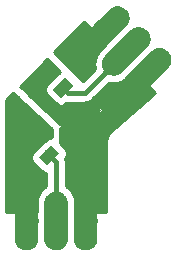
<source format=gbr>
G04 #@! TF.GenerationSoftware,KiCad,Pcbnew,(2017-05-31 revision c0bb8a30c)-makepkg*
G04 #@! TF.CreationDate,2017-07-13T16:12:39-05:00*
G04 #@! TF.ProjectId,45 Neo,3435204E656F2E6B696361645F706362,rev?*
G04 #@! TF.FileFunction,Copper,L1,Top,Signal*
G04 #@! TF.FilePolarity,Positive*
%FSLAX46Y46*%
G04 Gerber Fmt 4.6, Leading zero omitted, Abs format (unit mm)*
G04 Created by KiCad (PCBNEW (2017-05-31 revision c0bb8a30c)-makepkg) date 07/13/17 16:12:39*
%MOMM*%
%LPD*%
G01*
G04 APERTURE LIST*
%ADD10C,0.100000*%
%ADD11C,0.600000*%
%ADD12C,0.750000*%
%ADD13C,2.000000*%
%ADD14C,1.000000*%
%ADD15C,0.400000*%
%ADD16C,0.254000*%
G04 APERTURE END LIST*
D10*
D11*
X102500000Y-5000000D03*
X97500000Y-5000000D03*
X100000000Y-9800000D03*
D12*
X97730330Y2880330D03*
D10*
G36*
X97712652Y2332322D02*
X97182322Y2862652D01*
X97748008Y3428338D01*
X98278338Y2898008D01*
X97712652Y2332322D01*
X97712652Y2332322D01*
G37*
D12*
X96669670Y1819670D03*
D10*
G36*
X96651992Y1271662D02*
X96121662Y1801992D01*
X96687348Y2367678D01*
X97217678Y1837348D01*
X96651992Y1271662D01*
X96651992Y1271662D01*
G37*
D11*
X105250000Y2000000D03*
X106950000Y6950000D03*
X103500000Y-5000000D03*
X100000000Y-7000000D03*
X101050000Y6050000D03*
X96500000Y-5000000D03*
D10*
G36*
X108866140Y6227776D02*
X108963213Y6213376D01*
X109058408Y6189531D01*
X109150806Y6156471D01*
X109239520Y6114512D01*
X109323693Y6064061D01*
X109402516Y6005601D01*
X109475230Y5939698D01*
X109475232Y5939696D01*
X109541135Y5866982D01*
X109599595Y5788159D01*
X109650046Y5703986D01*
X109692005Y5615272D01*
X109725065Y5522874D01*
X109748910Y5427679D01*
X109763310Y5330606D01*
X109768125Y5232589D01*
X109763310Y5134572D01*
X109748910Y5037499D01*
X109725065Y4942304D01*
X109692005Y4849906D01*
X109650046Y4761192D01*
X109599595Y4677019D01*
X109541135Y4598196D01*
X109475232Y4525482D01*
X107353912Y2404162D01*
X107281198Y2338259D01*
X107202375Y2279799D01*
X107118202Y2229348D01*
X107029488Y2187389D01*
X106937090Y2154329D01*
X106841895Y2130484D01*
X106744822Y2116084D01*
X106646805Y2111269D01*
X106548788Y2116084D01*
X106451715Y2130484D01*
X106356520Y2154329D01*
X106264122Y2187389D01*
X106175408Y2229348D01*
X106091235Y2279799D01*
X106012412Y2338259D01*
X105939698Y2404162D01*
X105939696Y2404164D01*
X105873793Y2476878D01*
X105815333Y2555701D01*
X105764882Y2639874D01*
X105722923Y2728588D01*
X105689863Y2820986D01*
X105666018Y2916181D01*
X105651618Y3013254D01*
X105646803Y3111271D01*
X105651618Y3209288D01*
X105666018Y3306361D01*
X105689863Y3401556D01*
X105722923Y3493954D01*
X105764882Y3582668D01*
X105815333Y3666841D01*
X105873793Y3745664D01*
X105939696Y3818378D01*
X108061016Y5939698D01*
X108133730Y6005601D01*
X108212553Y6064061D01*
X108296726Y6114512D01*
X108385440Y6156471D01*
X108477838Y6189531D01*
X108573033Y6213376D01*
X108670106Y6227776D01*
X108768123Y6232591D01*
X108866140Y6227776D01*
X108866140Y6227776D01*
G37*
D13*
X107707464Y4171930D03*
D10*
G36*
X105330606Y9763310D02*
X105427679Y9748910D01*
X105522874Y9725065D01*
X105615272Y9692005D01*
X105703986Y9650046D01*
X105788159Y9599595D01*
X105866982Y9541135D01*
X105939696Y9475232D01*
X105939698Y9475230D01*
X106005601Y9402516D01*
X106064061Y9323693D01*
X106114512Y9239520D01*
X106156471Y9150806D01*
X106189531Y9058408D01*
X106213376Y8963213D01*
X106227776Y8866140D01*
X106232591Y8768123D01*
X106227776Y8670106D01*
X106213376Y8573033D01*
X106189531Y8477838D01*
X106156471Y8385440D01*
X106114512Y8296726D01*
X106064061Y8212553D01*
X106005601Y8133730D01*
X105939698Y8061016D01*
X103818378Y5939696D01*
X103745664Y5873793D01*
X103666841Y5815333D01*
X103582668Y5764882D01*
X103493954Y5722923D01*
X103401556Y5689863D01*
X103306361Y5666018D01*
X103209288Y5651618D01*
X103111271Y5646803D01*
X103013254Y5651618D01*
X102916181Y5666018D01*
X102820986Y5689863D01*
X102728588Y5722923D01*
X102639874Y5764882D01*
X102555701Y5815333D01*
X102476878Y5873793D01*
X102404164Y5939696D01*
X102404162Y5939698D01*
X102338259Y6012412D01*
X102279799Y6091235D01*
X102229348Y6175408D01*
X102187389Y6264122D01*
X102154329Y6356520D01*
X102130484Y6451715D01*
X102116084Y6548788D01*
X102111269Y6646805D01*
X102116084Y6744822D01*
X102130484Y6841895D01*
X102154329Y6937090D01*
X102187389Y7029488D01*
X102229348Y7118202D01*
X102279799Y7202375D01*
X102338259Y7281198D01*
X102404162Y7353912D01*
X104525482Y9475232D01*
X104598196Y9541135D01*
X104677019Y9599595D01*
X104761192Y9650046D01*
X104849906Y9692005D01*
X104942304Y9725065D01*
X105037499Y9748910D01*
X105134572Y9763310D01*
X105232589Y9768125D01*
X105330606Y9763310D01*
X105330606Y9763310D01*
G37*
D13*
X104171930Y7707464D03*
D10*
G36*
X107098373Y7995543D02*
X107195446Y7981143D01*
X107290641Y7957298D01*
X107383039Y7924238D01*
X107471753Y7882279D01*
X107555926Y7831828D01*
X107634749Y7773368D01*
X107707463Y7707465D01*
X107707465Y7707463D01*
X107773368Y7634749D01*
X107831828Y7555926D01*
X107882279Y7471753D01*
X107924238Y7383039D01*
X107957298Y7290641D01*
X107981143Y7195446D01*
X107995543Y7098373D01*
X108000358Y7000356D01*
X107995543Y6902339D01*
X107981143Y6805266D01*
X107957298Y6710071D01*
X107924238Y6617673D01*
X107882279Y6528959D01*
X107831828Y6444786D01*
X107773368Y6365963D01*
X107707465Y6293249D01*
X105586145Y4171929D01*
X105513431Y4106026D01*
X105434608Y4047566D01*
X105350435Y3997115D01*
X105261721Y3955156D01*
X105169323Y3922096D01*
X105074128Y3898251D01*
X104977055Y3883851D01*
X104879038Y3879036D01*
X104781021Y3883851D01*
X104683948Y3898251D01*
X104588753Y3922096D01*
X104496355Y3955156D01*
X104407641Y3997115D01*
X104323468Y4047566D01*
X104244645Y4106026D01*
X104171931Y4171929D01*
X104171929Y4171931D01*
X104106026Y4244645D01*
X104047566Y4323468D01*
X103997115Y4407641D01*
X103955156Y4496355D01*
X103922096Y4588753D01*
X103898251Y4683948D01*
X103883851Y4781021D01*
X103879036Y4879038D01*
X103883851Y4977055D01*
X103898251Y5074128D01*
X103922096Y5169323D01*
X103955156Y5261721D01*
X103997115Y5350435D01*
X104047566Y5434608D01*
X104106026Y5513431D01*
X104171929Y5586145D01*
X106293249Y7707465D01*
X106365963Y7773368D01*
X106444786Y7831828D01*
X106528959Y7882279D01*
X106617673Y7924238D01*
X106710071Y7957298D01*
X106805266Y7981143D01*
X106902339Y7995543D01*
X107000356Y8000358D01*
X107098373Y7995543D01*
X107098373Y7995543D01*
G37*
D13*
X105939697Y5939697D03*
D14*
X99398959Y-2863782D03*
D10*
G36*
X99222182Y-3747665D02*
X98515076Y-3040559D01*
X99575736Y-1979899D01*
X100282842Y-2687005D01*
X99222182Y-3747665D01*
X99222182Y-3747665D01*
G37*
D14*
X97136218Y-601041D03*
D10*
G36*
X96959441Y-1484924D02*
X96252335Y-777818D01*
X97312995Y282842D01*
X98020101Y-424264D01*
X96959441Y-1484924D01*
X96959441Y-1484924D01*
G37*
D14*
X100601041Y2863782D03*
D10*
G36*
X100424264Y1979899D02*
X99717158Y2687005D01*
X100777818Y3747665D01*
X101484924Y3040559D01*
X100424264Y1979899D01*
X100424264Y1979899D01*
G37*
D14*
X102863782Y601041D03*
D10*
G36*
X102687005Y-282842D02*
X101979899Y424264D01*
X103040559Y1484924D01*
X103747665Y777818D01*
X102687005Y-282842D01*
X102687005Y-282842D01*
G37*
G36*
X100098018Y-5904815D02*
X100195091Y-5919215D01*
X100290286Y-5943060D01*
X100382684Y-5976120D01*
X100471398Y-6018079D01*
X100555571Y-6068530D01*
X100634394Y-6126990D01*
X100707108Y-6192893D01*
X100773011Y-6265607D01*
X100831471Y-6344430D01*
X100881922Y-6428603D01*
X100923881Y-6517317D01*
X100956941Y-6609715D01*
X100980786Y-6704910D01*
X100995186Y-6801983D01*
X101000001Y-6900000D01*
X101000001Y-9900000D01*
X100995186Y-9998017D01*
X100980786Y-10095090D01*
X100956941Y-10190285D01*
X100923881Y-10282683D01*
X100881922Y-10371397D01*
X100831471Y-10455570D01*
X100773011Y-10534393D01*
X100707108Y-10607107D01*
X100634394Y-10673010D01*
X100555571Y-10731470D01*
X100471398Y-10781921D01*
X100382684Y-10823880D01*
X100290286Y-10856940D01*
X100195091Y-10880785D01*
X100098018Y-10895185D01*
X100000001Y-10900000D01*
X99999999Y-10900000D01*
X99901982Y-10895185D01*
X99804909Y-10880785D01*
X99709714Y-10856940D01*
X99617316Y-10823880D01*
X99528602Y-10781921D01*
X99444429Y-10731470D01*
X99365606Y-10673010D01*
X99292892Y-10607107D01*
X99226989Y-10534393D01*
X99168529Y-10455570D01*
X99118078Y-10371397D01*
X99076119Y-10282683D01*
X99043059Y-10190285D01*
X99019214Y-10095090D01*
X99004814Y-9998017D01*
X98999999Y-9900000D01*
X98999999Y-6900000D01*
X99004814Y-6801983D01*
X99019214Y-6704910D01*
X99043059Y-6609715D01*
X99076119Y-6517317D01*
X99118078Y-6428603D01*
X99168529Y-6344430D01*
X99226989Y-6265607D01*
X99292892Y-6192893D01*
X99365606Y-6126990D01*
X99444429Y-6068530D01*
X99528602Y-6018079D01*
X99617316Y-5976120D01*
X99709714Y-5943060D01*
X99804909Y-5919215D01*
X99901982Y-5904815D01*
X99999999Y-5900000D01*
X100000001Y-5900000D01*
X100098018Y-5904815D01*
X100098018Y-5904815D01*
G37*
D13*
X100000000Y-8400000D03*
D10*
G36*
X102598018Y-5904815D02*
X102695091Y-5919215D01*
X102790286Y-5943060D01*
X102882684Y-5976120D01*
X102971398Y-6018079D01*
X103055571Y-6068530D01*
X103134394Y-6126990D01*
X103207108Y-6192893D01*
X103273011Y-6265607D01*
X103331471Y-6344430D01*
X103381922Y-6428603D01*
X103423881Y-6517317D01*
X103456941Y-6609715D01*
X103480786Y-6704910D01*
X103495186Y-6801983D01*
X103500001Y-6900000D01*
X103500001Y-9900000D01*
X103495186Y-9998017D01*
X103480786Y-10095090D01*
X103456941Y-10190285D01*
X103423881Y-10282683D01*
X103381922Y-10371397D01*
X103331471Y-10455570D01*
X103273011Y-10534393D01*
X103207108Y-10607107D01*
X103134394Y-10673010D01*
X103055571Y-10731470D01*
X102971398Y-10781921D01*
X102882684Y-10823880D01*
X102790286Y-10856940D01*
X102695091Y-10880785D01*
X102598018Y-10895185D01*
X102500001Y-10900000D01*
X102499999Y-10900000D01*
X102401982Y-10895185D01*
X102304909Y-10880785D01*
X102209714Y-10856940D01*
X102117316Y-10823880D01*
X102028602Y-10781921D01*
X101944429Y-10731470D01*
X101865606Y-10673010D01*
X101792892Y-10607107D01*
X101726989Y-10534393D01*
X101668529Y-10455570D01*
X101618078Y-10371397D01*
X101576119Y-10282683D01*
X101543059Y-10190285D01*
X101519214Y-10095090D01*
X101504814Y-9998017D01*
X101499999Y-9900000D01*
X101499999Y-6900000D01*
X101504814Y-6801983D01*
X101519214Y-6704910D01*
X101543059Y-6609715D01*
X101576119Y-6517317D01*
X101618078Y-6428603D01*
X101668529Y-6344430D01*
X101726989Y-6265607D01*
X101792892Y-6192893D01*
X101865606Y-6126990D01*
X101944429Y-6068530D01*
X102028602Y-6018079D01*
X102117316Y-5976120D01*
X102209714Y-5943060D01*
X102304909Y-5919215D01*
X102401982Y-5904815D01*
X102499999Y-5900000D01*
X102500001Y-5900000D01*
X102598018Y-5904815D01*
X102598018Y-5904815D01*
G37*
D13*
X102500000Y-8400000D03*
D10*
G36*
X97598018Y-5904815D02*
X97695091Y-5919215D01*
X97790286Y-5943060D01*
X97882684Y-5976120D01*
X97971398Y-6018079D01*
X98055571Y-6068530D01*
X98134394Y-6126990D01*
X98207108Y-6192893D01*
X98273011Y-6265607D01*
X98331471Y-6344430D01*
X98381922Y-6428603D01*
X98423881Y-6517317D01*
X98456941Y-6609715D01*
X98480786Y-6704910D01*
X98495186Y-6801983D01*
X98500001Y-6900000D01*
X98500001Y-9900000D01*
X98495186Y-9998017D01*
X98480786Y-10095090D01*
X98456941Y-10190285D01*
X98423881Y-10282683D01*
X98381922Y-10371397D01*
X98331471Y-10455570D01*
X98273011Y-10534393D01*
X98207108Y-10607107D01*
X98134394Y-10673010D01*
X98055571Y-10731470D01*
X97971398Y-10781921D01*
X97882684Y-10823880D01*
X97790286Y-10856940D01*
X97695091Y-10880785D01*
X97598018Y-10895185D01*
X97500001Y-10900000D01*
X97499999Y-10900000D01*
X97401982Y-10895185D01*
X97304909Y-10880785D01*
X97209714Y-10856940D01*
X97117316Y-10823880D01*
X97028602Y-10781921D01*
X96944429Y-10731470D01*
X96865606Y-10673010D01*
X96792892Y-10607107D01*
X96726989Y-10534393D01*
X96668529Y-10455570D01*
X96618078Y-10371397D01*
X96576119Y-10282683D01*
X96543059Y-10190285D01*
X96519214Y-10095090D01*
X96504814Y-9998017D01*
X96499999Y-9900000D01*
X96499999Y-6900000D01*
X96504814Y-6801983D01*
X96519214Y-6704910D01*
X96543059Y-6609715D01*
X96576119Y-6517317D01*
X96618078Y-6428603D01*
X96668529Y-6344430D01*
X96726989Y-6265607D01*
X96792892Y-6192893D01*
X96865606Y-6126990D01*
X96944429Y-6068530D01*
X97028602Y-6018079D01*
X97117316Y-5976120D01*
X97209714Y-5943060D01*
X97304909Y-5919215D01*
X97401982Y-5904815D01*
X97499999Y-5900000D01*
X97500001Y-5900000D01*
X97598018Y-5904815D01*
X97598018Y-5904815D01*
G37*
D13*
X97500000Y-8400000D03*
D11*
X106050000Y1250000D03*
X101800000Y5350000D03*
X104900000Y4950000D03*
D15*
X104157464Y7707464D02*
X101800000Y5350000D01*
X104171930Y7707464D02*
X104157464Y7707464D01*
X96669670Y1819670D02*
X96316117Y1466117D01*
X96316117Y1466117D02*
X96316117Y219060D01*
X96316117Y219060D02*
X96400000Y135177D01*
X97136218Y-601041D02*
X96400000Y135177D01*
X97500000Y-5000000D02*
X97500000Y-8400000D01*
X102863782Y601041D02*
X103851041Y601041D01*
X103851041Y601041D02*
X105250000Y2000000D01*
X102500000Y-5000000D02*
X102500000Y-8400000D01*
X107707464Y4171930D02*
X107421930Y4171930D01*
X107421930Y4171930D02*
X105250000Y2000000D01*
X105939697Y5939697D02*
X102439519Y2439519D01*
X102439519Y2439519D02*
X101025304Y2439519D01*
X101025304Y2439519D02*
X100601041Y2863782D01*
X99398959Y-2863782D02*
X100000000Y-3464823D01*
X100000000Y-3464823D02*
X100000000Y-7000000D01*
D16*
G36*
X108402664Y2437283D02*
X104513332Y-999201D01*
X104500466Y-1013029D01*
X104485747Y-1024863D01*
X104451701Y-1065437D01*
X104415617Y-1104218D01*
X104405681Y-1120282D01*
X104393542Y-1134749D01*
X104368026Y-1181162D01*
X104340160Y-1226216D01*
X104333533Y-1243905D01*
X104324436Y-1260453D01*
X104308421Y-1310939D01*
X104289837Y-1360546D01*
X104286773Y-1379183D01*
X104281062Y-1397185D01*
X104275158Y-1449819D01*
X104266563Y-1502092D01*
X104267177Y-1520972D01*
X104265072Y-1539738D01*
X104265000Y-1550000D01*
X104265000Y-7665000D01*
X101638073Y-7665000D01*
X101638073Y-6900000D01*
X101606598Y-6580428D01*
X101513382Y-6273137D01*
X101362008Y-5989936D01*
X101158293Y-5741708D01*
X100910065Y-5537993D01*
X100835000Y-5497870D01*
X100835000Y-3464823D01*
X100827471Y-3388031D01*
X100820751Y-3311223D01*
X100819527Y-3307009D01*
X100819098Y-3302637D01*
X100796792Y-3228756D01*
X100775285Y-3154730D01*
X100773266Y-3150834D01*
X100771996Y-3146629D01*
X100754345Y-3113432D01*
X100813379Y-3041499D01*
X100872344Y-2931185D01*
X100908654Y-2811487D01*
X100920914Y-2687005D01*
X100908654Y-2562523D01*
X100872344Y-2442825D01*
X100813379Y-2332511D01*
X100734027Y-2235820D01*
X100327000Y-1828793D01*
X100327000Y-574189D01*
X101313443Y-1492935D01*
X101351399Y-1517333D01*
X101400000Y-1527000D01*
X101448601Y-1517333D01*
X101489803Y-1489803D01*
X102588080Y-391526D01*
X103936285Y856812D01*
X103967580Y902002D01*
X103976998Y950651D01*
X103967082Y999202D01*
X103939341Y1040262D01*
X103075830Y1894962D01*
X104478015Y3297147D01*
X104559466Y3272439D01*
X104879038Y3240964D01*
X105198610Y3272439D01*
X105505901Y3365655D01*
X105789102Y3517029D01*
X106037330Y3720744D01*
X106100002Y3783416D01*
X106120557Y3794403D01*
X106142075Y3812529D01*
X106388319Y4071733D01*
X106578267Y4261681D01*
X108402664Y2437283D01*
X108402664Y2437283D01*
G37*
X108402664Y2437283D02*
X104513332Y-999201D01*
X104500466Y-1013029D01*
X104485747Y-1024863D01*
X104451701Y-1065437D01*
X104415617Y-1104218D01*
X104405681Y-1120282D01*
X104393542Y-1134749D01*
X104368026Y-1181162D01*
X104340160Y-1226216D01*
X104333533Y-1243905D01*
X104324436Y-1260453D01*
X104308421Y-1310939D01*
X104289837Y-1360546D01*
X104286773Y-1379183D01*
X104281062Y-1397185D01*
X104275158Y-1449819D01*
X104266563Y-1502092D01*
X104267177Y-1520972D01*
X104265072Y-1539738D01*
X104265000Y-1550000D01*
X104265000Y-7665000D01*
X101638073Y-7665000D01*
X101638073Y-6900000D01*
X101606598Y-6580428D01*
X101513382Y-6273137D01*
X101362008Y-5989936D01*
X101158293Y-5741708D01*
X100910065Y-5537993D01*
X100835000Y-5497870D01*
X100835000Y-3464823D01*
X100827471Y-3388031D01*
X100820751Y-3311223D01*
X100819527Y-3307009D01*
X100819098Y-3302637D01*
X100796792Y-3228756D01*
X100775285Y-3154730D01*
X100773266Y-3150834D01*
X100771996Y-3146629D01*
X100754345Y-3113432D01*
X100813379Y-3041499D01*
X100872344Y-2931185D01*
X100908654Y-2811487D01*
X100920914Y-2687005D01*
X100908654Y-2562523D01*
X100872344Y-2442825D01*
X100813379Y-2332511D01*
X100734027Y-2235820D01*
X100327000Y-1828793D01*
X100327000Y-574189D01*
X101313443Y-1492935D01*
X101351399Y-1517333D01*
X101400000Y-1527000D01*
X101448601Y-1517333D01*
X101489803Y-1489803D01*
X102588080Y-391526D01*
X103936285Y856812D01*
X103967580Y902002D01*
X103976998Y950651D01*
X103967082Y999202D01*
X103939341Y1040262D01*
X103075830Y1894962D01*
X104478015Y3297147D01*
X104559466Y3272439D01*
X104879038Y3240964D01*
X105198610Y3272439D01*
X105505901Y3365655D01*
X105789102Y3517029D01*
X106037330Y3720744D01*
X106100002Y3783416D01*
X106120557Y3794403D01*
X106142075Y3812529D01*
X106388319Y4071733D01*
X106578267Y4261681D01*
X108402664Y2437283D01*
G36*
X99673000Y-659278D02*
X99673000Y-1351406D01*
X99575736Y-1341827D01*
X99451254Y-1354087D01*
X99331556Y-1390397D01*
X99221242Y-1449362D01*
X99124551Y-1528714D01*
X98063891Y-2589374D01*
X97984539Y-2686065D01*
X97925574Y-2796379D01*
X97889264Y-2916077D01*
X97877004Y-3040559D01*
X97889264Y-3165041D01*
X97925574Y-3284739D01*
X97984539Y-3395053D01*
X98063891Y-3491744D01*
X98770997Y-4198850D01*
X98867688Y-4278202D01*
X98978002Y-4337167D01*
X99097700Y-4373477D01*
X99165000Y-4380105D01*
X99165000Y-5497870D01*
X99089935Y-5537993D01*
X98841707Y-5741708D01*
X98637992Y-5989936D01*
X98486618Y-6273137D01*
X98393402Y-6580428D01*
X98361927Y-6900000D01*
X98361927Y-7665000D01*
X95735000Y-7665000D01*
X95735000Y1794710D01*
X96364717Y2421966D01*
X99673000Y-659278D01*
X99673000Y-659278D01*
G37*
X99673000Y-659278D02*
X99673000Y-1351406D01*
X99575736Y-1341827D01*
X99451254Y-1354087D01*
X99331556Y-1390397D01*
X99221242Y-1449362D01*
X99124551Y-1528714D01*
X98063891Y-2589374D01*
X97984539Y-2686065D01*
X97925574Y-2796379D01*
X97889264Y-2916077D01*
X97877004Y-3040559D01*
X97889264Y-3165041D01*
X97925574Y-3284739D01*
X97984539Y-3395053D01*
X98063891Y-3491744D01*
X98770997Y-4198850D01*
X98867688Y-4278202D01*
X98978002Y-4337167D01*
X99097700Y-4373477D01*
X99165000Y-4380105D01*
X99165000Y-5497870D01*
X99089935Y-5537993D01*
X98841707Y-5741708D01*
X98637992Y-5989936D01*
X98486618Y-6273137D01*
X98393402Y-6580428D01*
X98361927Y-6900000D01*
X98361927Y-7665000D01*
X95735000Y-7665000D01*
X95735000Y1794710D01*
X96364717Y2421966D01*
X99673000Y-659278D01*
G36*
X104261681Y6578267D02*
X103720744Y6037330D01*
X103517029Y5789102D01*
X103365655Y5505901D01*
X103272439Y5198610D01*
X103240964Y4879038D01*
X103272439Y4559466D01*
X103297147Y4478015D01*
X102248121Y3428989D01*
X99804182Y5847990D01*
X102403148Y8436800D01*
X104261681Y6578267D01*
X104261681Y6578267D01*
G37*
X104261681Y6578267D02*
X103720744Y6037330D01*
X103517029Y5789102D01*
X103365655Y5505901D01*
X103272439Y5198610D01*
X103240964Y4879038D01*
X103272439Y4559466D01*
X103297147Y4478015D01*
X102248121Y3428989D01*
X99804182Y5847990D01*
X102403148Y8436800D01*
X104261681Y6578267D01*
G36*
X100359703Y4225990D02*
X100326633Y4198850D01*
X99265973Y3138190D01*
X99186621Y3041499D01*
X99127656Y2931185D01*
X99091346Y2811487D01*
X99079086Y2687005D01*
X99091346Y2562523D01*
X99127656Y2442825D01*
X99186621Y2332511D01*
X99265973Y2235820D01*
X99973079Y1528714D01*
X100069770Y1449362D01*
X100180084Y1390397D01*
X100299782Y1354087D01*
X100424264Y1341827D01*
X100548746Y1354087D01*
X100668444Y1390397D01*
X100778758Y1449362D01*
X100875449Y1528714D01*
X100957620Y1610885D01*
X101013646Y1604600D01*
X101022228Y1604540D01*
X101022389Y1604524D01*
X101022539Y1604538D01*
X101025304Y1604519D01*
X102439519Y1604519D01*
X102516266Y1612044D01*
X102593119Y1618768D01*
X102597333Y1619992D01*
X102601705Y1620421D01*
X102675600Y1642731D01*
X102749611Y1664234D01*
X102753505Y1666253D01*
X102757713Y1667523D01*
X102825830Y1703742D01*
X102879728Y1731680D01*
X103666376Y953059D01*
X102413715Y-206812D01*
X102410197Y-210197D01*
X101396865Y-1223529D01*
X97766436Y2157753D01*
X97748215Y2191842D01*
X97668863Y2288533D01*
X97138533Y2818863D01*
X97041842Y2898215D01*
X96931528Y2957180D01*
X96908917Y2964039D01*
X99264299Y5310217D01*
X100359703Y4225990D01*
X100359703Y4225990D01*
G37*
X100359703Y4225990D02*
X100326633Y4198850D01*
X99265973Y3138190D01*
X99186621Y3041499D01*
X99127656Y2931185D01*
X99091346Y2811487D01*
X99079086Y2687005D01*
X99091346Y2562523D01*
X99127656Y2442825D01*
X99186621Y2332511D01*
X99265973Y2235820D01*
X99973079Y1528714D01*
X100069770Y1449362D01*
X100180084Y1390397D01*
X100299782Y1354087D01*
X100424264Y1341827D01*
X100548746Y1354087D01*
X100668444Y1390397D01*
X100778758Y1449362D01*
X100875449Y1528714D01*
X100957620Y1610885D01*
X101013646Y1604600D01*
X101022228Y1604540D01*
X101022389Y1604524D01*
X101022539Y1604538D01*
X101025304Y1604519D01*
X102439519Y1604519D01*
X102516266Y1612044D01*
X102593119Y1618768D01*
X102597333Y1619992D01*
X102601705Y1620421D01*
X102675600Y1642731D01*
X102749611Y1664234D01*
X102753505Y1666253D01*
X102757713Y1667523D01*
X102825830Y1703742D01*
X102879728Y1731680D01*
X103666376Y953059D01*
X102413715Y-206812D01*
X102410197Y-210197D01*
X101396865Y-1223529D01*
X97766436Y2157753D01*
X97748215Y2191842D01*
X97668863Y2288533D01*
X97138533Y2818863D01*
X97041842Y2898215D01*
X96931528Y2957180D01*
X96908917Y2964039D01*
X99264299Y5310217D01*
X100359703Y4225990D01*
M02*

</source>
